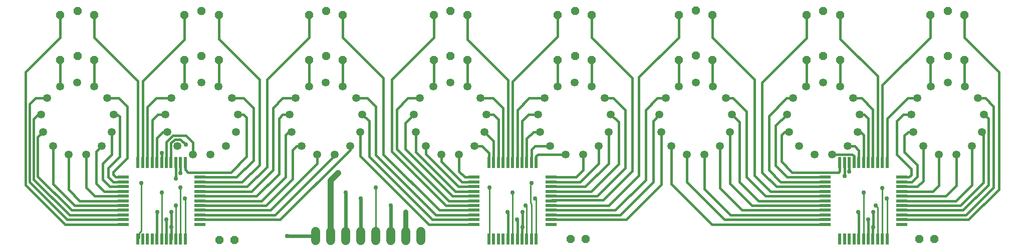
<source format=gbr>
G04 EAGLE Gerber RS-274X export*
G75*
%MOMM*%
%FSLAX34Y34*%
%LPD*%
%INTop Copper*%
%IPPOS*%
%AMOC8*
5,1,8,0,0,1.08239X$1,22.5*%
G01*
%ADD10P,1.429621X8X22.500000*%
%ADD11R,0.600000X1.900000*%
%ADD12R,1.900000X0.600000*%
%ADD13C,1.524000*%
%ADD14C,1.348000*%
%ADD15P,1.429621X8X112.500000*%
%ADD16C,0.756400*%
%ADD17C,0.406400*%
%ADD18C,0.609600*%
%ADD19C,0.812800*%
%ADD20C,0.254000*%
%ADD21C,1.016000*%


D10*
X342900Y19050D03*
X368300Y19050D03*
X935990Y20320D03*
X961390Y20320D03*
X1525270Y20320D03*
X1550670Y20320D03*
D11*
X285110Y150090D03*
X277110Y150090D03*
X269110Y150090D03*
X261110Y150090D03*
X253110Y150090D03*
X245110Y150090D03*
X237110Y150090D03*
X229110Y150090D03*
X221110Y150090D03*
X213110Y150090D03*
X205110Y150090D03*
D12*
X180110Y125090D03*
X180110Y117090D03*
X180110Y109090D03*
X180110Y101090D03*
X180110Y93090D03*
X180110Y85090D03*
X180110Y77090D03*
X180110Y69090D03*
X180110Y61090D03*
X180110Y53090D03*
X180110Y45090D03*
D11*
X205110Y20090D03*
X213110Y20090D03*
X221110Y20090D03*
X229110Y20090D03*
X237110Y20090D03*
X245110Y20090D03*
X253110Y20090D03*
X261110Y20090D03*
X269110Y20090D03*
X277110Y20090D03*
X285110Y20090D03*
D12*
X310110Y45090D03*
X310110Y53090D03*
X310110Y61090D03*
X310110Y69090D03*
X310110Y77090D03*
X310110Y85090D03*
X310110Y93090D03*
X310110Y101090D03*
X310110Y109090D03*
X310110Y117090D03*
X310110Y125090D03*
D11*
X878200Y150090D03*
X870200Y150090D03*
X862200Y150090D03*
X854200Y150090D03*
X846200Y150090D03*
X838200Y150090D03*
X830200Y150090D03*
X822200Y150090D03*
X814200Y150090D03*
X806200Y150090D03*
X798200Y150090D03*
D12*
X773200Y125090D03*
X773200Y117090D03*
X773200Y109090D03*
X773200Y101090D03*
X773200Y93090D03*
X773200Y85090D03*
X773200Y77090D03*
X773200Y69090D03*
X773200Y61090D03*
X773200Y53090D03*
X773200Y45090D03*
D11*
X798200Y20090D03*
X806200Y20090D03*
X814200Y20090D03*
X822200Y20090D03*
X830200Y20090D03*
X838200Y20090D03*
X846200Y20090D03*
X854200Y20090D03*
X862200Y20090D03*
X870200Y20090D03*
X878200Y20090D03*
D12*
X903200Y45090D03*
X903200Y53090D03*
X903200Y61090D03*
X903200Y69090D03*
X903200Y77090D03*
X903200Y85090D03*
X903200Y93090D03*
X903200Y101090D03*
X903200Y109090D03*
X903200Y117090D03*
X903200Y125090D03*
D11*
X1471290Y150090D03*
X1463290Y150090D03*
X1455290Y150090D03*
X1447290Y150090D03*
X1439290Y150090D03*
X1431290Y150090D03*
X1423290Y150090D03*
X1415290Y150090D03*
X1407290Y150090D03*
X1399290Y150090D03*
X1391290Y150090D03*
D12*
X1366290Y125090D03*
X1366290Y117090D03*
X1366290Y109090D03*
X1366290Y101090D03*
X1366290Y93090D03*
X1366290Y85090D03*
X1366290Y77090D03*
X1366290Y69090D03*
X1366290Y61090D03*
X1366290Y53090D03*
X1366290Y45090D03*
D11*
X1391290Y20090D03*
X1399290Y20090D03*
X1407290Y20090D03*
X1415290Y20090D03*
X1423290Y20090D03*
X1431290Y20090D03*
X1439290Y20090D03*
X1447290Y20090D03*
X1455290Y20090D03*
X1463290Y20090D03*
X1471290Y20090D03*
D12*
X1496290Y45090D03*
X1496290Y53090D03*
X1496290Y61090D03*
X1496290Y69090D03*
X1496290Y77090D03*
X1496290Y85090D03*
X1496290Y93090D03*
X1496290Y101090D03*
X1496290Y109090D03*
X1496290Y117090D03*
X1496290Y125090D03*
D13*
X683260Y33020D02*
X683260Y17780D01*
X657860Y17780D02*
X657860Y33020D01*
X632460Y33020D02*
X632460Y17780D01*
X607060Y17780D02*
X607060Y33020D01*
X581660Y33020D02*
X581660Y17780D01*
X556260Y17780D02*
X556260Y33020D01*
X530860Y33020D02*
X530860Y17780D01*
X505460Y17780D02*
X505460Y33020D01*
D14*
X102616Y285673D03*
X73850Y278583D03*
X51674Y258937D03*
X41168Y231235D03*
X44739Y201824D03*
X61569Y177442D03*
X87803Y163673D03*
X117429Y163673D03*
X143663Y177442D03*
X160493Y201824D03*
X164064Y231235D03*
X153558Y258937D03*
X131382Y278583D03*
X312674Y285673D03*
X283908Y278583D03*
X261732Y258937D03*
X251226Y231235D03*
X254797Y201824D03*
X271627Y177442D03*
X297861Y163673D03*
X327487Y163673D03*
X353721Y177442D03*
X370551Y201824D03*
X374122Y231235D03*
X363616Y258937D03*
X341440Y278583D03*
X522732Y285673D03*
X493966Y278583D03*
X471790Y258937D03*
X461284Y231235D03*
X464855Y201824D03*
X481685Y177442D03*
X507919Y163673D03*
X537545Y163673D03*
X563779Y177442D03*
X580609Y201824D03*
X584180Y231235D03*
X573674Y258937D03*
X551498Y278583D03*
X732790Y285673D03*
X704024Y278583D03*
X681848Y258937D03*
X671342Y231235D03*
X674913Y201824D03*
X691743Y177442D03*
X717977Y163673D03*
X747603Y163673D03*
X773837Y177442D03*
X790667Y201824D03*
X794238Y231235D03*
X783732Y258937D03*
X761556Y278583D03*
X942848Y285673D03*
X914082Y278583D03*
X891906Y258937D03*
X881400Y231235D03*
X884971Y201824D03*
X901801Y177442D03*
X928035Y163673D03*
X957661Y163673D03*
X983895Y177442D03*
X1000725Y201824D03*
X1004296Y231235D03*
X993790Y258937D03*
X971614Y278583D03*
X1147826Y285673D03*
X1119060Y278583D03*
X1096884Y258937D03*
X1086378Y231235D03*
X1089949Y201824D03*
X1106779Y177442D03*
X1133013Y163673D03*
X1162639Y163673D03*
X1188873Y177442D03*
X1205703Y201824D03*
X1209274Y231235D03*
X1198768Y258937D03*
X1176592Y278583D03*
X1363218Y285673D03*
X1334452Y278583D03*
X1312276Y258937D03*
X1301770Y231235D03*
X1305341Y201824D03*
X1322171Y177442D03*
X1348405Y163673D03*
X1378031Y163673D03*
X1404265Y177442D03*
X1421095Y201824D03*
X1424666Y231235D03*
X1414160Y258937D03*
X1391984Y278583D03*
X1573530Y285673D03*
X1544764Y278583D03*
X1522588Y258937D03*
X1512082Y231235D03*
X1515653Y201824D03*
X1532483Y177442D03*
X1558717Y163673D03*
X1588343Y163673D03*
X1614577Y177442D03*
X1631407Y201824D03*
X1634978Y231235D03*
X1624472Y258937D03*
X1602296Y278583D03*
D15*
X102870Y330200D03*
X102870Y406400D03*
X130810Y323850D03*
X130810Y400050D03*
X283210Y323850D03*
X283210Y400050D03*
X341630Y323850D03*
X341630Y400050D03*
X494030Y323850D03*
X494030Y400050D03*
X551180Y323850D03*
X551180Y400050D03*
X704850Y323850D03*
X704850Y400050D03*
X762000Y323850D03*
X762000Y400050D03*
X914400Y323850D03*
X914400Y400050D03*
X971550Y323850D03*
X971550Y400050D03*
X1118870Y323850D03*
X1118870Y400050D03*
X312420Y330200D03*
X312420Y406400D03*
X1176020Y323850D03*
X1176020Y400050D03*
X1334770Y323850D03*
X1334770Y400050D03*
X1391920Y323850D03*
X1391920Y400050D03*
X1544320Y323850D03*
X1544320Y400050D03*
X1601470Y323850D03*
X1601470Y400050D03*
X523240Y330200D03*
X523240Y406400D03*
X732790Y330200D03*
X732790Y406400D03*
X943610Y330200D03*
X943610Y406400D03*
X1148080Y331470D03*
X1148080Y407670D03*
X1362710Y330200D03*
X1362710Y406400D03*
X1573530Y330200D03*
X1573530Y406400D03*
X73660Y323850D03*
X73660Y400050D03*
D16*
X252730Y53340D03*
D17*
X1439290Y52960D02*
X1439290Y20090D01*
X1439290Y52960D02*
X1438910Y53340D01*
D16*
X1438910Y53340D03*
D17*
X846200Y52960D02*
X846200Y20090D01*
X846200Y52960D02*
X845820Y53340D01*
D16*
X845820Y53340D03*
D17*
X253110Y52960D02*
X253110Y20090D01*
X253110Y52960D02*
X252730Y53340D01*
D16*
X261620Y40640D03*
D17*
X261620Y20600D01*
X261110Y20090D01*
D16*
X854710Y40640D03*
D18*
X854200Y40130D01*
D17*
X854200Y20090D01*
D16*
X1447800Y40640D03*
D18*
X1447290Y40130D01*
D17*
X1447290Y20090D01*
X261620Y40640D02*
X261620Y66040D01*
D16*
X261620Y66040D03*
X1447800Y66040D03*
D17*
X1447800Y40640D01*
X854710Y40640D02*
X854710Y66040D01*
D16*
X854710Y66040D03*
D17*
X237110Y65660D02*
X237110Y20090D01*
X237110Y65660D02*
X237490Y66040D01*
D16*
X237490Y66040D03*
D19*
X657860Y66040D02*
X657860Y25400D01*
D16*
X657860Y66040D03*
D17*
X830200Y65150D02*
X830200Y20090D01*
X830200Y65150D02*
X829310Y66040D01*
D16*
X829310Y66040D03*
D17*
X1423290Y65150D02*
X1423290Y20090D01*
X1423290Y65150D02*
X1422400Y66040D01*
D16*
X1422400Y66040D03*
D20*
X269110Y77340D02*
X269110Y20090D01*
X269110Y77340D02*
X269240Y77470D01*
D16*
X269240Y77470D03*
X1451610Y77470D03*
D20*
X1455290Y73790D01*
X1455290Y20090D01*
X862200Y20090D02*
X862200Y75060D01*
X859790Y77470D01*
D16*
X859790Y77470D03*
D18*
X632460Y77470D02*
X632460Y25400D01*
D16*
X632460Y77470D03*
D20*
X277110Y107700D02*
X277110Y20090D01*
X277110Y107700D02*
X276860Y107950D01*
D16*
X276860Y107950D03*
X607060Y107950D03*
D20*
X607060Y25400D01*
X285110Y20090D02*
X285110Y88270D01*
X284480Y88900D01*
D16*
X284480Y88900D03*
X1470660Y88900D03*
D20*
X1471290Y88270D01*
X1471290Y20090D01*
X878200Y20090D02*
X878200Y87000D01*
X876300Y88900D01*
D16*
X876300Y88900D03*
D18*
X581660Y88900D02*
X581660Y25400D01*
D16*
X581660Y88900D03*
D20*
X245110Y99060D02*
X245110Y20090D01*
D16*
X245110Y99060D03*
X1431290Y99060D03*
D20*
X1431290Y20090D01*
X838200Y20090D02*
X838200Y99060D01*
D16*
X838200Y99060D03*
D18*
X556260Y99060D02*
X556260Y25400D01*
D16*
X556260Y99060D03*
D21*
X530860Y119380D02*
X530860Y25400D01*
X530860Y119380D02*
X543560Y132080D01*
D16*
X543560Y132080D03*
D18*
X505460Y25400D02*
X457200Y25400D01*
D16*
X457200Y25400D03*
X210820Y115570D03*
D20*
X207316Y22296D02*
X205110Y20090D01*
X207316Y22296D02*
X207316Y30747D01*
X210820Y34251D02*
X210820Y115570D01*
X210820Y34251D02*
X207316Y30747D01*
D16*
X869950Y115570D03*
D20*
X868680Y114300D01*
X868680Y81280D01*
X870200Y79760D01*
X870200Y20090D01*
X798830Y20720D02*
X798200Y20090D01*
X798830Y20720D02*
X798830Y107950D01*
D16*
X798830Y107950D03*
X1463040Y106680D03*
D20*
X1463040Y20340D01*
X1463290Y20090D01*
D17*
X205110Y150090D02*
X205110Y287650D01*
X130810Y361950D01*
X130810Y400050D01*
X154940Y140970D02*
X154940Y125730D01*
X154940Y140970D02*
X173990Y160020D01*
X173990Y227659D01*
X170414Y231235D01*
X164064Y231235D01*
X163580Y117090D02*
X180110Y117090D01*
X163580Y117090D02*
X154940Y125730D01*
X157610Y109090D02*
X180110Y109090D01*
X160493Y163724D02*
X160493Y201824D01*
X160493Y163724D02*
X145253Y148484D01*
X145253Y121447D01*
X157610Y109090D01*
X147830Y101090D02*
X180110Y101090D01*
X134773Y114147D02*
X134773Y168552D01*
X143663Y177442D01*
X134773Y114147D02*
X147830Y101090D01*
X131700Y93090D02*
X180110Y93090D01*
X117429Y107361D02*
X117429Y163673D01*
X117429Y107361D02*
X131700Y93090D01*
X106680Y85090D02*
X180110Y85090D01*
X106680Y85090D02*
X87803Y103967D01*
X87803Y163673D01*
X98031Y77090D02*
X180110Y77090D01*
X61569Y113552D02*
X61569Y177442D01*
X61569Y113552D02*
X98031Y77090D01*
X35814Y192899D02*
X44739Y201824D01*
X35814Y192899D02*
X35814Y126324D01*
X93048Y69090D02*
X180110Y69090D01*
X93048Y69090D02*
X35814Y126324D01*
X89335Y61090D02*
X180110Y61090D01*
X28956Y121469D02*
X28956Y223520D01*
X36671Y231235D01*
X41168Y231235D01*
X28956Y121469D02*
X89335Y61090D01*
X167518Y125090D02*
X180110Y125090D01*
X167518Y125090D02*
X163068Y129540D01*
X163068Y133858D01*
X186690Y157480D01*
X186690Y245110D01*
X172863Y258937D01*
X153558Y258937D01*
X51674Y258937D02*
X32115Y258937D01*
X22098Y248920D01*
X85623Y53090D02*
X180110Y53090D01*
X22098Y116615D02*
X22098Y248920D01*
X22098Y116615D02*
X85623Y53090D01*
X73660Y361950D02*
X73660Y400050D01*
X73660Y361950D02*
X15240Y303530D01*
X15240Y111760D01*
X81910Y45090D02*
X180110Y45090D01*
X81910Y45090D02*
X15240Y111760D01*
X73660Y278773D02*
X73660Y323850D01*
X73660Y278773D02*
X73850Y278583D01*
X130810Y279155D02*
X130810Y323850D01*
X130810Y279155D02*
X131382Y278583D01*
X213110Y288040D02*
X213110Y150090D01*
X213110Y288040D02*
X283210Y358140D01*
X283210Y400050D01*
X283210Y323850D02*
X283210Y279281D01*
X283908Y278583D01*
X341630Y278773D02*
X341630Y323850D01*
X341630Y278773D02*
X341440Y278583D01*
X221110Y243970D02*
X221110Y150090D01*
X236077Y258937D02*
X261732Y258937D01*
X236077Y258937D02*
X221110Y243970D01*
X251131Y231140D02*
X251226Y231235D01*
X251131Y231140D02*
X238760Y231140D01*
X229110Y221490D01*
X229110Y150090D01*
X247544Y201824D02*
X254797Y201824D01*
X247544Y201824D02*
X237110Y191390D01*
X237110Y150090D01*
X245110Y150090D02*
X245110Y166370D01*
D16*
X245110Y166370D03*
D17*
X253110Y150090D02*
X253110Y184530D01*
X264160Y195580D01*
X285750Y195580D01*
X297861Y183469D02*
X297861Y163673D01*
X297861Y183469D02*
X285750Y195580D01*
X261110Y182756D02*
X261110Y150090D01*
X261110Y182756D02*
X267362Y189008D01*
X277082Y189008D01*
X285750Y180340D01*
D16*
X285750Y180340D03*
D17*
X269110Y150090D02*
X269110Y123320D01*
X269240Y123190D01*
D16*
X269240Y123190D03*
D17*
X277110Y132330D02*
X277110Y150090D01*
X277110Y132330D02*
X276860Y132080D01*
D16*
X276860Y132080D03*
D17*
X285110Y137800D02*
X285110Y150090D01*
X289560Y133350D02*
X361950Y133350D01*
X388620Y160020D01*
X388620Y226060D01*
X383445Y231235D01*
X374122Y231235D01*
X285110Y137800D02*
X289560Y133350D01*
X363616Y258937D02*
X383683Y258937D01*
X400050Y242570D01*
X400050Y153670D01*
X371470Y125090D02*
X310110Y125090D01*
X371470Y125090D02*
X400050Y153670D01*
X341630Y359410D02*
X341630Y400050D01*
X410210Y290830D02*
X410210Y146050D01*
X381250Y117090D01*
X310110Y117090D01*
X410210Y290830D02*
X341630Y359410D01*
X310110Y109090D02*
X389760Y109090D01*
X422910Y142240D02*
X422910Y290830D01*
X494030Y361950D01*
X494030Y400050D01*
X422910Y142240D02*
X389760Y109090D01*
X494030Y278647D02*
X494030Y323850D01*
X494030Y278647D02*
X493966Y278583D01*
X551180Y278901D02*
X551180Y323850D01*
X551180Y278901D02*
X551498Y278583D01*
X397000Y101090D02*
X310110Y101090D01*
X433070Y137160D02*
X433070Y242570D01*
X449437Y258937D01*
X471790Y258937D01*
X433070Y137160D02*
X397000Y101090D01*
X449675Y231235D02*
X461284Y231235D01*
X449675Y231235D02*
X443230Y224790D01*
X405510Y93090D02*
X310110Y93090D01*
X443230Y130810D02*
X443230Y224790D01*
X443230Y130810D02*
X405510Y93090D01*
X459634Y201824D02*
X464855Y201824D01*
X414020Y85090D02*
X310110Y85090D01*
X454660Y196850D02*
X459634Y201824D01*
X454660Y196850D02*
X454660Y125730D01*
X414020Y85090D01*
X472795Y177442D02*
X481685Y177442D01*
X472795Y177442D02*
X466598Y171245D01*
X466598Y122145D01*
X421543Y77090D02*
X310110Y77090D01*
X421543Y77090D02*
X466598Y122145D01*
X507919Y147944D02*
X507919Y163673D01*
X507919Y147944D02*
X429065Y69090D01*
X310110Y69090D01*
X310110Y61090D02*
X437010Y61090D01*
X537545Y161625D02*
X537545Y163673D01*
X537545Y161625D02*
X437010Y61090D01*
X445520Y53090D02*
X310110Y53090D01*
X563779Y171349D02*
X563779Y177442D01*
X563779Y171349D02*
X445520Y53090D01*
X580609Y161071D02*
X580609Y201824D01*
X696590Y45090D02*
X773200Y45090D01*
X696590Y45090D02*
X580609Y161071D01*
X595630Y219785D02*
X584180Y231235D01*
X595630Y219785D02*
X595630Y160020D01*
X702560Y53090D01*
X773200Y53090D01*
X773200Y61090D02*
X708530Y61090D01*
X607060Y162560D01*
X607060Y244601D02*
X592724Y258937D01*
X573674Y258937D01*
X607060Y244601D02*
X607060Y162560D01*
X714500Y69090D02*
X773200Y69090D01*
X551180Y361950D02*
X551180Y400050D01*
X619760Y163830D02*
X714500Y69090D01*
X619760Y163830D02*
X619760Y293370D01*
X551180Y361950D01*
X725550Y77090D02*
X773200Y77090D01*
X725550Y77090D02*
X633730Y168910D01*
X633730Y290830D01*
X704850Y361950D02*
X704850Y400050D01*
X704850Y361950D02*
X633730Y290830D01*
X704850Y279409D02*
X704850Y323850D01*
X704850Y279409D02*
X704024Y278583D01*
X762000Y279027D02*
X762000Y323850D01*
X762000Y279027D02*
X761556Y278583D01*
X681848Y258937D02*
X661527Y258937D01*
X642620Y240030D01*
X642620Y172720D01*
X730250Y85090D02*
X773200Y85090D01*
X730250Y85090D02*
X642620Y172720D01*
X736220Y93090D02*
X773200Y93090D01*
X736220Y93090D02*
X656590Y172720D01*
X656590Y216483D02*
X671342Y231235D01*
X656590Y216483D02*
X656590Y172720D01*
X741203Y101090D02*
X773200Y101090D01*
X674370Y167923D02*
X674370Y201824D01*
X674913Y201824D01*
X674370Y167923D02*
X741203Y101090D01*
X691743Y164237D02*
X691743Y177442D01*
X746890Y109090D02*
X773200Y109090D01*
X746890Y109090D02*
X691743Y164237D01*
X752860Y117090D02*
X773200Y117090D01*
X717977Y151973D02*
X717977Y163673D01*
X717977Y151973D02*
X752860Y117090D01*
X798200Y150090D02*
X798200Y165730D01*
X786488Y177442D02*
X773837Y177442D01*
X786488Y177442D02*
X798200Y165730D01*
X806200Y150090D02*
X806200Y186291D01*
X790667Y201824D01*
X814200Y222703D02*
X814200Y150090D01*
X814200Y222703D02*
X805668Y231235D01*
X794238Y231235D01*
X822200Y242059D02*
X822200Y150090D01*
X822200Y242059D02*
X805322Y258937D01*
X783732Y258937D01*
X830200Y289940D02*
X830200Y150090D01*
X830200Y289940D02*
X762000Y358140D01*
X762000Y400050D01*
X914400Y400050D02*
X914400Y363220D01*
X838200Y287020D01*
X838200Y150090D01*
X914400Y278901D02*
X914400Y323850D01*
X914400Y278901D02*
X914082Y278583D01*
X971550Y278647D02*
X971550Y323850D01*
X971550Y278647D02*
X971614Y278583D01*
X891906Y258937D02*
X865997Y258937D01*
X846200Y239140D02*
X846200Y150090D01*
X846200Y239140D02*
X865997Y258937D01*
X864965Y231235D02*
X881400Y231235D01*
X854200Y220470D02*
X854200Y150090D01*
X854200Y220470D02*
X864965Y231235D01*
X873654Y201824D02*
X884971Y201824D01*
X862200Y190370D02*
X862200Y150090D01*
X862200Y190370D02*
X873654Y201824D01*
X875942Y177442D02*
X901801Y177442D01*
X870200Y171700D02*
X870200Y150090D01*
X870200Y171700D02*
X875942Y177442D01*
X957661Y163673D02*
X957661Y137241D01*
X945510Y125090D02*
X903200Y125090D01*
X945510Y125090D02*
X957661Y137241D01*
X983895Y148235D02*
X983895Y177442D01*
X983895Y148235D02*
X952500Y116840D01*
X903450Y116840D01*
X903200Y117090D01*
X903200Y109090D02*
X961260Y109090D01*
X1000725Y148555D02*
X1000725Y201824D01*
X1000725Y148555D02*
X961260Y109090D01*
X1017270Y218261D02*
X1004296Y231235D01*
X971040Y101090D02*
X903200Y101090D01*
X1017270Y147320D02*
X1017270Y218261D01*
X1017270Y147320D02*
X971040Y101090D01*
X993790Y258937D02*
X1008523Y258937D01*
X1028700Y238760D01*
X1028700Y140970D01*
X980820Y93090D02*
X903200Y93090D01*
X980820Y93090D02*
X1028700Y140970D01*
X971550Y361950D02*
X971550Y400050D01*
X971550Y361950D02*
X1040130Y293370D01*
X904644Y86534D02*
X903200Y85090D01*
X904644Y86534D02*
X991057Y86534D01*
X1040130Y135607D01*
X1040130Y293370D01*
X1118870Y361950D02*
X1118870Y400050D01*
X1051560Y294640D02*
X1051560Y128270D01*
X1000380Y77090D01*
X903200Y77090D01*
X1051560Y294640D02*
X1118870Y361950D01*
X747603Y163673D02*
X747603Y135047D01*
X757560Y125090D02*
X773200Y125090D01*
X757560Y125090D02*
X747603Y135047D01*
X878200Y150090D02*
X878200Y160650D01*
X881380Y163830D01*
X927878Y163830D01*
X928035Y163673D01*
X1118870Y278773D02*
X1118870Y323850D01*
X1118870Y278773D02*
X1119060Y278583D01*
X1176020Y279155D02*
X1176020Y323850D01*
X1176020Y279155D02*
X1176592Y278583D01*
X1334770Y278901D02*
X1334770Y323850D01*
X1334770Y278901D02*
X1334452Y278583D01*
X1391920Y278647D02*
X1391920Y323850D01*
X1391920Y278647D02*
X1391984Y278583D01*
X1544320Y279027D02*
X1544320Y323850D01*
X1544320Y279027D02*
X1544764Y278583D01*
X1601470Y279409D02*
X1601470Y323850D01*
X1601470Y279409D02*
X1602296Y278583D01*
X1096884Y258937D02*
X1083167Y258937D01*
X1062990Y238760D01*
X1062990Y120650D01*
X1011430Y69090D02*
X903200Y69090D01*
X1011430Y69090D02*
X1062990Y120650D01*
X1019940Y61090D02*
X903200Y61090D01*
X1075690Y220547D02*
X1086378Y231235D01*
X1075690Y116840D02*
X1019940Y61090D01*
X1075690Y116840D02*
X1075690Y220547D01*
X1030003Y53090D02*
X903200Y53090D01*
X1089949Y113036D02*
X1089949Y201824D01*
X1089949Y113036D02*
X1030003Y53090D01*
X1106779Y113691D02*
X1106779Y177442D01*
X1175380Y45090D02*
X1366290Y45090D01*
X1175380Y45090D02*
X1106779Y113691D01*
X1133013Y116667D02*
X1133013Y163673D01*
X1196590Y53090D02*
X1366290Y53090D01*
X1196590Y53090D02*
X1133013Y116667D01*
X1206370Y61090D02*
X1366290Y61090D01*
X1162639Y104821D02*
X1162639Y163673D01*
X1162639Y104821D02*
X1206370Y61090D01*
X1188873Y106527D02*
X1188873Y177442D01*
X1226310Y69090D02*
X1366290Y69090D01*
X1226310Y69090D02*
X1188873Y106527D01*
X1242807Y77090D02*
X1366290Y77090D01*
X1242807Y77090D02*
X1205703Y114194D01*
X1205703Y201824D01*
X1221974Y116935D02*
X1253819Y85090D01*
X1221974Y218535D02*
X1209274Y231235D01*
X1221974Y218535D02*
X1221974Y116935D01*
X1253819Y85090D02*
X1366290Y85090D01*
X1210453Y258937D02*
X1198768Y258937D01*
X1210453Y258937D02*
X1233170Y236220D01*
X1233170Y125730D01*
X1265810Y93090D01*
X1366290Y93090D01*
X1366290Y101090D02*
X1274320Y101090D01*
X1247140Y128270D01*
X1247140Y290830D01*
X1176020Y361950D01*
X1176020Y400050D01*
X1334770Y400050D02*
X1334770Y360680D01*
X1259840Y285750D02*
X1259840Y133350D01*
X1284100Y109090D01*
X1366290Y109090D01*
X1259840Y285750D02*
X1334770Y360680D01*
X1366290Y117090D02*
X1291340Y117090D01*
X1271270Y137160D02*
X1271270Y228600D01*
X1301607Y258937D01*
X1312276Y258937D01*
X1271270Y137160D02*
X1291340Y117090D01*
X1302390Y125090D02*
X1366290Y125090D01*
X1282700Y212165D02*
X1301770Y231235D01*
X1282700Y212165D02*
X1282700Y144780D01*
X1302390Y125090D01*
X1391290Y135260D02*
X1391290Y150090D01*
X1391290Y135260D02*
X1389380Y133350D01*
X1310640Y133350D01*
X1292641Y151349D01*
X1297721Y201824D02*
X1305341Y201824D01*
X1297721Y201824D02*
X1292641Y196744D01*
X1292641Y151349D01*
X1399290Y150090D02*
X1399290Y127250D01*
X1399540Y127000D01*
D16*
X1399540Y127000D03*
D17*
X1407290Y134750D02*
X1407290Y150090D01*
X1407290Y134750D02*
X1407160Y134620D01*
D16*
X1407160Y134620D03*
D17*
X1415290Y150090D02*
X1415290Y160780D01*
X1412397Y163673D02*
X1378031Y163673D01*
X1412397Y163673D02*
X1415290Y160780D01*
X1423290Y170560D02*
X1423290Y150090D01*
X1416408Y177442D02*
X1404265Y177442D01*
X1416408Y177442D02*
X1423290Y170560D01*
X1431290Y150090D02*
X1431290Y196709D01*
X1426175Y201824D01*
X1421095Y201824D01*
X1439290Y224231D02*
X1439290Y150090D01*
X1439290Y224231D02*
X1432286Y231235D01*
X1424666Y231235D01*
X1447290Y239777D02*
X1447290Y150090D01*
X1447290Y239777D02*
X1428130Y258937D01*
X1414160Y258937D01*
X1455290Y296040D02*
X1455290Y150090D01*
X1455290Y296040D02*
X1391920Y359410D01*
X1391920Y400050D01*
X1463290Y280920D02*
X1463290Y150090D01*
X1544320Y361950D02*
X1544320Y400050D01*
X1544320Y361950D02*
X1463290Y280920D01*
X1471290Y224150D02*
X1471290Y150090D01*
X1506077Y258937D02*
X1522588Y258937D01*
X1506077Y258937D02*
X1471290Y224150D01*
X1496290Y125090D02*
X1507837Y125090D01*
X1511794Y129046D01*
X1511794Y139206D01*
X1487170Y163830D01*
X1487170Y220293D01*
X1498112Y231235D02*
X1512082Y231235D01*
X1498112Y231235D02*
X1487170Y220293D01*
X1500413Y167534D02*
X1522003Y145944D01*
X1500413Y167534D02*
X1500413Y195474D01*
X1506763Y201824D02*
X1515653Y201824D01*
X1506763Y201824D02*
X1500413Y195474D01*
X1522003Y145944D02*
X1522003Y126273D01*
X1512820Y117090D02*
X1496290Y117090D01*
X1512820Y117090D02*
X1522003Y126273D01*
X1532483Y118973D02*
X1532483Y177442D01*
X1522600Y109090D02*
X1496290Y109090D01*
X1522600Y109090D02*
X1532483Y118973D01*
X1548890Y101090D02*
X1496290Y101090D01*
X1558717Y110917D02*
X1558717Y163673D01*
X1558717Y110917D02*
X1548890Y101090D01*
X1588343Y111333D02*
X1588343Y163673D01*
X1570100Y93090D02*
X1496290Y93090D01*
X1570100Y93090D02*
X1588343Y111333D01*
X1587500Y85090D02*
X1496290Y85090D01*
X1614577Y112167D02*
X1614577Y177442D01*
X1614577Y112167D02*
X1587500Y85090D01*
X1633947Y199284D02*
X1631407Y201824D01*
X1633947Y199284D02*
X1633947Y116297D01*
X1594740Y77090D02*
X1496290Y77090D01*
X1594740Y77090D02*
X1633947Y116297D01*
X1599440Y69090D02*
X1496290Y69090D01*
X1599440Y69090D02*
X1642110Y111760D01*
X1642110Y224103D01*
X1634978Y231235D01*
X1637173Y258937D02*
X1624472Y258937D01*
X1637173Y258937D02*
X1651000Y245110D01*
X1651000Y107950D01*
X1604140Y61090D02*
X1496290Y61090D01*
X1604140Y61090D02*
X1651000Y107950D01*
X1601470Y361950D02*
X1601470Y400050D01*
X1601470Y361950D02*
X1659890Y303530D01*
X1659890Y104140D01*
X1608840Y53090D02*
X1496290Y53090D01*
X1608840Y53090D02*
X1659890Y104140D01*
M02*

</source>
